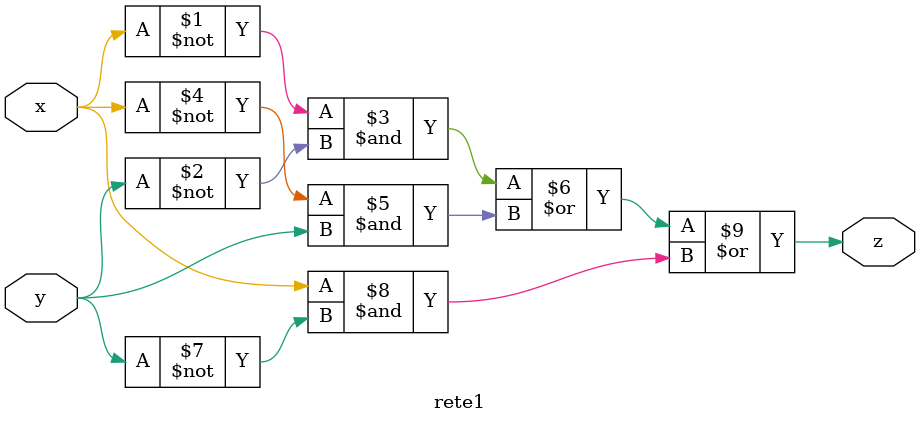
<source format=v>

module rete1(output z, input x, input y);
	assign z = (~x & ~y) | (~x & y) | (x & ~y);
endmodule

</source>
